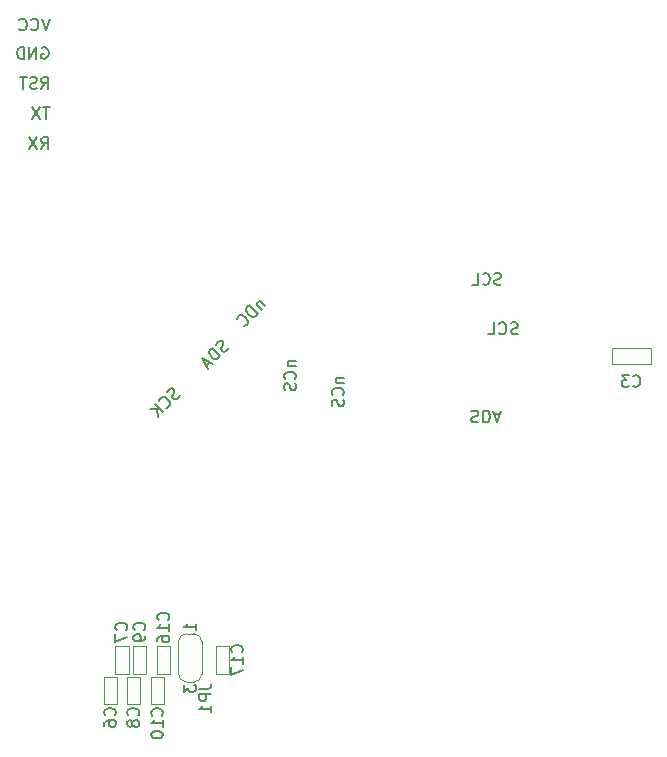
<source format=gbr>
%TF.GenerationSoftware,KiCad,Pcbnew,8.0.6-hq-2-g3d73d9976a*%
%TF.CreationDate,2024-12-24T21:53:32+08:00*%
%TF.ProjectId,DemoBoard_SensorForTemp&Rh_IntegratedWithMCU,44656d6f-426f-4617-9264-5f53656e736f,rev?*%
%TF.SameCoordinates,Original*%
%TF.FileFunction,Legend,Bot*%
%TF.FilePolarity,Positive*%
%FSLAX46Y46*%
G04 Gerber Fmt 4.6, Leading zero omitted, Abs format (unit mm)*
G04 Created by KiCad (PCBNEW 8.0.6-hq-2-g3d73d9976a) date 2024-12-24 21:53:32*
%MOMM*%
%LPD*%
G01*
G04 APERTURE LIST*
%ADD10C,0.200000*%
%ADD11C,0.150000*%
%ADD12C,0.120000*%
G04 APERTURE END LIST*
D10*
X111599516Y-84322219D02*
X111932849Y-83846028D01*
X112170944Y-84322219D02*
X112170944Y-83322219D01*
X112170944Y-83322219D02*
X111789992Y-83322219D01*
X111789992Y-83322219D02*
X111694754Y-83369838D01*
X111694754Y-83369838D02*
X111647135Y-83417457D01*
X111647135Y-83417457D02*
X111599516Y-83512695D01*
X111599516Y-83512695D02*
X111599516Y-83655552D01*
X111599516Y-83655552D02*
X111647135Y-83750790D01*
X111647135Y-83750790D02*
X111694754Y-83798409D01*
X111694754Y-83798409D02*
X111789992Y-83846028D01*
X111789992Y-83846028D02*
X112170944Y-83846028D01*
X111218563Y-84274600D02*
X111075706Y-84322219D01*
X111075706Y-84322219D02*
X110837611Y-84322219D01*
X110837611Y-84322219D02*
X110742373Y-84274600D01*
X110742373Y-84274600D02*
X110694754Y-84226980D01*
X110694754Y-84226980D02*
X110647135Y-84131742D01*
X110647135Y-84131742D02*
X110647135Y-84036504D01*
X110647135Y-84036504D02*
X110694754Y-83941266D01*
X110694754Y-83941266D02*
X110742373Y-83893647D01*
X110742373Y-83893647D02*
X110837611Y-83846028D01*
X110837611Y-83846028D02*
X111028087Y-83798409D01*
X111028087Y-83798409D02*
X111123325Y-83750790D01*
X111123325Y-83750790D02*
X111170944Y-83703171D01*
X111170944Y-83703171D02*
X111218563Y-83607933D01*
X111218563Y-83607933D02*
X111218563Y-83512695D01*
X111218563Y-83512695D02*
X111170944Y-83417457D01*
X111170944Y-83417457D02*
X111123325Y-83369838D01*
X111123325Y-83369838D02*
X111028087Y-83322219D01*
X111028087Y-83322219D02*
X110789992Y-83322219D01*
X110789992Y-83322219D02*
X110647135Y-83369838D01*
X110361420Y-83322219D02*
X109789992Y-83322219D01*
X110075706Y-84322219D02*
X110075706Y-83322219D01*
X112313801Y-85862219D02*
X111742373Y-85862219D01*
X112028087Y-86862219D02*
X112028087Y-85862219D01*
X111504277Y-85862219D02*
X110837611Y-86862219D01*
X110837611Y-85862219D02*
X111504277Y-86862219D01*
X112313801Y-78369219D02*
X111980468Y-79369219D01*
X111980468Y-79369219D02*
X111647135Y-78369219D01*
X110742373Y-79273980D02*
X110789992Y-79321600D01*
X110789992Y-79321600D02*
X110932849Y-79369219D01*
X110932849Y-79369219D02*
X111028087Y-79369219D01*
X111028087Y-79369219D02*
X111170944Y-79321600D01*
X111170944Y-79321600D02*
X111266182Y-79226361D01*
X111266182Y-79226361D02*
X111313801Y-79131123D01*
X111313801Y-79131123D02*
X111361420Y-78940647D01*
X111361420Y-78940647D02*
X111361420Y-78797790D01*
X111361420Y-78797790D02*
X111313801Y-78607314D01*
X111313801Y-78607314D02*
X111266182Y-78512076D01*
X111266182Y-78512076D02*
X111170944Y-78416838D01*
X111170944Y-78416838D02*
X111028087Y-78369219D01*
X111028087Y-78369219D02*
X110932849Y-78369219D01*
X110932849Y-78369219D02*
X110789992Y-78416838D01*
X110789992Y-78416838D02*
X110742373Y-78464457D01*
X109742373Y-79273980D02*
X109789992Y-79321600D01*
X109789992Y-79321600D02*
X109932849Y-79369219D01*
X109932849Y-79369219D02*
X110028087Y-79369219D01*
X110028087Y-79369219D02*
X110170944Y-79321600D01*
X110170944Y-79321600D02*
X110266182Y-79226361D01*
X110266182Y-79226361D02*
X110313801Y-79131123D01*
X110313801Y-79131123D02*
X110361420Y-78940647D01*
X110361420Y-78940647D02*
X110361420Y-78797790D01*
X110361420Y-78797790D02*
X110313801Y-78607314D01*
X110313801Y-78607314D02*
X110266182Y-78512076D01*
X110266182Y-78512076D02*
X110170944Y-78416838D01*
X110170944Y-78416838D02*
X110028087Y-78369219D01*
X110028087Y-78369219D02*
X109932849Y-78369219D01*
X109932849Y-78369219D02*
X109789992Y-78416838D01*
X109789992Y-78416838D02*
X109742373Y-78464457D01*
X111599516Y-89402219D02*
X111932849Y-88926028D01*
X112170944Y-89402219D02*
X112170944Y-88402219D01*
X112170944Y-88402219D02*
X111789992Y-88402219D01*
X111789992Y-88402219D02*
X111694754Y-88449838D01*
X111694754Y-88449838D02*
X111647135Y-88497457D01*
X111647135Y-88497457D02*
X111599516Y-88592695D01*
X111599516Y-88592695D02*
X111599516Y-88735552D01*
X111599516Y-88735552D02*
X111647135Y-88830790D01*
X111647135Y-88830790D02*
X111694754Y-88878409D01*
X111694754Y-88878409D02*
X111789992Y-88926028D01*
X111789992Y-88926028D02*
X112170944Y-88926028D01*
X111266182Y-88402219D02*
X110599516Y-89402219D01*
X110599516Y-88402219D02*
X111266182Y-89402219D01*
X111647135Y-80829838D02*
X111742373Y-80782219D01*
X111742373Y-80782219D02*
X111885230Y-80782219D01*
X111885230Y-80782219D02*
X112028087Y-80829838D01*
X112028087Y-80829838D02*
X112123325Y-80925076D01*
X112123325Y-80925076D02*
X112170944Y-81020314D01*
X112170944Y-81020314D02*
X112218563Y-81210790D01*
X112218563Y-81210790D02*
X112218563Y-81353647D01*
X112218563Y-81353647D02*
X112170944Y-81544123D01*
X112170944Y-81544123D02*
X112123325Y-81639361D01*
X112123325Y-81639361D02*
X112028087Y-81734600D01*
X112028087Y-81734600D02*
X111885230Y-81782219D01*
X111885230Y-81782219D02*
X111789992Y-81782219D01*
X111789992Y-81782219D02*
X111647135Y-81734600D01*
X111647135Y-81734600D02*
X111599516Y-81686980D01*
X111599516Y-81686980D02*
X111599516Y-81353647D01*
X111599516Y-81353647D02*
X111789992Y-81353647D01*
X111170944Y-81782219D02*
X111170944Y-80782219D01*
X111170944Y-80782219D02*
X110599516Y-81782219D01*
X110599516Y-81782219D02*
X110599516Y-80782219D01*
X110123325Y-81782219D02*
X110123325Y-80782219D01*
X110123325Y-80782219D02*
X109885230Y-80782219D01*
X109885230Y-80782219D02*
X109742373Y-80829838D01*
X109742373Y-80829838D02*
X109647135Y-80925076D01*
X109647135Y-80925076D02*
X109599516Y-81020314D01*
X109599516Y-81020314D02*
X109551897Y-81210790D01*
X109551897Y-81210790D02*
X109551897Y-81353647D01*
X109551897Y-81353647D02*
X109599516Y-81544123D01*
X109599516Y-81544123D02*
X109647135Y-81639361D01*
X109647135Y-81639361D02*
X109742373Y-81734600D01*
X109742373Y-81734600D02*
X109885230Y-81782219D01*
X109885230Y-81782219D02*
X110123325Y-81782219D01*
X136533801Y-108766124D02*
X137200468Y-108766124D01*
X136629039Y-108766124D02*
X136581420Y-108813743D01*
X136581420Y-108813743D02*
X136533801Y-108908981D01*
X136533801Y-108908981D02*
X136533801Y-109051838D01*
X136533801Y-109051838D02*
X136581420Y-109147076D01*
X136581420Y-109147076D02*
X136676658Y-109194695D01*
X136676658Y-109194695D02*
X137200468Y-109194695D01*
X137105229Y-110242314D02*
X137152849Y-110194695D01*
X137152849Y-110194695D02*
X137200468Y-110051838D01*
X137200468Y-110051838D02*
X137200468Y-109956600D01*
X137200468Y-109956600D02*
X137152849Y-109813743D01*
X137152849Y-109813743D02*
X137057610Y-109718505D01*
X137057610Y-109718505D02*
X136962372Y-109670886D01*
X136962372Y-109670886D02*
X136771896Y-109623267D01*
X136771896Y-109623267D02*
X136629039Y-109623267D01*
X136629039Y-109623267D02*
X136438563Y-109670886D01*
X136438563Y-109670886D02*
X136343325Y-109718505D01*
X136343325Y-109718505D02*
X136248087Y-109813743D01*
X136248087Y-109813743D02*
X136200468Y-109956600D01*
X136200468Y-109956600D02*
X136200468Y-110051838D01*
X136200468Y-110051838D02*
X136248087Y-110194695D01*
X136248087Y-110194695D02*
X136295706Y-110242314D01*
X137152849Y-110623267D02*
X137200468Y-110766124D01*
X137200468Y-110766124D02*
X137200468Y-111004219D01*
X137200468Y-111004219D02*
X137152849Y-111099457D01*
X137152849Y-111099457D02*
X137105229Y-111147076D01*
X137105229Y-111147076D02*
X137009991Y-111194695D01*
X137009991Y-111194695D02*
X136914753Y-111194695D01*
X136914753Y-111194695D02*
X136819515Y-111147076D01*
X136819515Y-111147076D02*
X136771896Y-111099457D01*
X136771896Y-111099457D02*
X136724277Y-111004219D01*
X136724277Y-111004219D02*
X136676658Y-110813743D01*
X136676658Y-110813743D02*
X136629039Y-110718505D01*
X136629039Y-110718505D02*
X136581420Y-110670886D01*
X136581420Y-110670886D02*
X136486182Y-110623267D01*
X136486182Y-110623267D02*
X136390944Y-110623267D01*
X136390944Y-110623267D02*
X136295706Y-110670886D01*
X136295706Y-110670886D02*
X136248087Y-110718505D01*
X136248087Y-110718505D02*
X136200468Y-110813743D01*
X136200468Y-110813743D02*
X136200468Y-111051838D01*
X136200468Y-111051838D02*
X136248087Y-111194695D01*
X130081892Y-102253431D02*
X130553296Y-102724836D01*
X130149235Y-102320775D02*
X130081892Y-102320775D01*
X130081892Y-102320775D02*
X129980877Y-102354447D01*
X129980877Y-102354447D02*
X129879861Y-102455462D01*
X129879861Y-102455462D02*
X129846190Y-102556477D01*
X129846190Y-102556477D02*
X129879861Y-102657492D01*
X129879861Y-102657492D02*
X130250251Y-103027882D01*
X129913533Y-103364599D02*
X129206426Y-102657493D01*
X129206426Y-102657493D02*
X129038067Y-102825851D01*
X129038067Y-102825851D02*
X128970724Y-102960538D01*
X128970724Y-102960538D02*
X128970724Y-103095225D01*
X128970724Y-103095225D02*
X129004396Y-103196241D01*
X129004396Y-103196241D02*
X129105411Y-103364599D01*
X129105411Y-103364599D02*
X129206426Y-103465615D01*
X129206426Y-103465615D02*
X129374785Y-103566630D01*
X129374785Y-103566630D02*
X129475800Y-103600302D01*
X129475800Y-103600302D02*
X129610487Y-103600302D01*
X129610487Y-103600302D02*
X129745174Y-103532958D01*
X129745174Y-103532958D02*
X129913533Y-103364599D01*
X128735022Y-104408424D02*
X128802365Y-104408424D01*
X128802365Y-104408424D02*
X128937052Y-104341080D01*
X128937052Y-104341080D02*
X129004396Y-104273737D01*
X129004396Y-104273737D02*
X129071739Y-104139050D01*
X129071739Y-104139050D02*
X129071739Y-104004363D01*
X129071739Y-104004363D02*
X129038067Y-103903347D01*
X129038067Y-103903347D02*
X128937052Y-103734989D01*
X128937052Y-103734989D02*
X128836037Y-103633973D01*
X128836037Y-103633973D02*
X128667678Y-103532958D01*
X128667678Y-103532958D02*
X128566663Y-103499286D01*
X128566663Y-103499286D02*
X128431976Y-103499286D01*
X128431976Y-103499286D02*
X128297289Y-103566630D01*
X128297289Y-103566630D02*
X128229945Y-103633973D01*
X128229945Y-103633973D02*
X128162602Y-103768660D01*
X128162602Y-103768660D02*
X128162602Y-103836004D01*
D11*
X118787080Y-130135333D02*
X118834700Y-130087714D01*
X118834700Y-130087714D02*
X118882319Y-129944857D01*
X118882319Y-129944857D02*
X118882319Y-129849619D01*
X118882319Y-129849619D02*
X118834700Y-129706762D01*
X118834700Y-129706762D02*
X118739461Y-129611524D01*
X118739461Y-129611524D02*
X118644223Y-129563905D01*
X118644223Y-129563905D02*
X118453747Y-129516286D01*
X118453747Y-129516286D02*
X118310890Y-129516286D01*
X118310890Y-129516286D02*
X118120414Y-129563905D01*
X118120414Y-129563905D02*
X118025176Y-129611524D01*
X118025176Y-129611524D02*
X117929938Y-129706762D01*
X117929938Y-129706762D02*
X117882319Y-129849619D01*
X117882319Y-129849619D02*
X117882319Y-129944857D01*
X117882319Y-129944857D02*
X117929938Y-130087714D01*
X117929938Y-130087714D02*
X117977557Y-130135333D01*
X117882319Y-130468667D02*
X117882319Y-131135333D01*
X117882319Y-131135333D02*
X118882319Y-130706762D01*
D10*
X150542475Y-100861600D02*
X150399618Y-100909219D01*
X150399618Y-100909219D02*
X150161523Y-100909219D01*
X150161523Y-100909219D02*
X150066285Y-100861600D01*
X150066285Y-100861600D02*
X150018666Y-100813980D01*
X150018666Y-100813980D02*
X149971047Y-100718742D01*
X149971047Y-100718742D02*
X149971047Y-100623504D01*
X149971047Y-100623504D02*
X150018666Y-100528266D01*
X150018666Y-100528266D02*
X150066285Y-100480647D01*
X150066285Y-100480647D02*
X150161523Y-100433028D01*
X150161523Y-100433028D02*
X150351999Y-100385409D01*
X150351999Y-100385409D02*
X150447237Y-100337790D01*
X150447237Y-100337790D02*
X150494856Y-100290171D01*
X150494856Y-100290171D02*
X150542475Y-100194933D01*
X150542475Y-100194933D02*
X150542475Y-100099695D01*
X150542475Y-100099695D02*
X150494856Y-100004457D01*
X150494856Y-100004457D02*
X150447237Y-99956838D01*
X150447237Y-99956838D02*
X150351999Y-99909219D01*
X150351999Y-99909219D02*
X150113904Y-99909219D01*
X150113904Y-99909219D02*
X149971047Y-99956838D01*
X148971047Y-100813980D02*
X149018666Y-100861600D01*
X149018666Y-100861600D02*
X149161523Y-100909219D01*
X149161523Y-100909219D02*
X149256761Y-100909219D01*
X149256761Y-100909219D02*
X149399618Y-100861600D01*
X149399618Y-100861600D02*
X149494856Y-100766361D01*
X149494856Y-100766361D02*
X149542475Y-100671123D01*
X149542475Y-100671123D02*
X149590094Y-100480647D01*
X149590094Y-100480647D02*
X149590094Y-100337790D01*
X149590094Y-100337790D02*
X149542475Y-100147314D01*
X149542475Y-100147314D02*
X149494856Y-100052076D01*
X149494856Y-100052076D02*
X149399618Y-99956838D01*
X149399618Y-99956838D02*
X149256761Y-99909219D01*
X149256761Y-99909219D02*
X149161523Y-99909219D01*
X149161523Y-99909219D02*
X149018666Y-99956838D01*
X149018666Y-99956838D02*
X148971047Y-100004457D01*
X148066285Y-100909219D02*
X148542475Y-100909219D01*
X148542475Y-100909219D02*
X148542475Y-99909219D01*
D11*
X124994319Y-135120166D02*
X125708604Y-135120166D01*
X125708604Y-135120166D02*
X125851461Y-135072547D01*
X125851461Y-135072547D02*
X125946700Y-134977309D01*
X125946700Y-134977309D02*
X125994319Y-134834452D01*
X125994319Y-134834452D02*
X125994319Y-134739214D01*
X125994319Y-135596357D02*
X124994319Y-135596357D01*
X124994319Y-135596357D02*
X124994319Y-135977309D01*
X124994319Y-135977309D02*
X125041938Y-136072547D01*
X125041938Y-136072547D02*
X125089557Y-136120166D01*
X125089557Y-136120166D02*
X125184795Y-136167785D01*
X125184795Y-136167785D02*
X125327652Y-136167785D01*
X125327652Y-136167785D02*
X125422890Y-136120166D01*
X125422890Y-136120166D02*
X125470509Y-136072547D01*
X125470509Y-136072547D02*
X125518128Y-135977309D01*
X125518128Y-135977309D02*
X125518128Y-135596357D01*
X125994319Y-137120166D02*
X125994319Y-136548738D01*
X125994319Y-136834452D02*
X124994319Y-136834452D01*
X124994319Y-136834452D02*
X125137176Y-136739214D01*
X125137176Y-136739214D02*
X125232414Y-136643976D01*
X125232414Y-136643976D02*
X125280033Y-136548738D01*
X124660819Y-130176714D02*
X124660819Y-129605286D01*
X124660819Y-129891000D02*
X123660819Y-129891000D01*
X123660819Y-129891000D02*
X123803676Y-129795762D01*
X123803676Y-129795762D02*
X123898914Y-129700524D01*
X123898914Y-129700524D02*
X123946533Y-129605286D01*
X123660819Y-134757667D02*
X123660819Y-135376714D01*
X123660819Y-135376714D02*
X124041771Y-135043381D01*
X124041771Y-135043381D02*
X124041771Y-135186238D01*
X124041771Y-135186238D02*
X124089390Y-135281476D01*
X124089390Y-135281476D02*
X124137009Y-135329095D01*
X124137009Y-135329095D02*
X124232247Y-135376714D01*
X124232247Y-135376714D02*
X124470342Y-135376714D01*
X124470342Y-135376714D02*
X124565580Y-135329095D01*
X124565580Y-135329095D02*
X124613200Y-135281476D01*
X124613200Y-135281476D02*
X124660819Y-135186238D01*
X124660819Y-135186238D02*
X124660819Y-134900524D01*
X124660819Y-134900524D02*
X124613200Y-134805286D01*
X124613200Y-134805286D02*
X124565580Y-134757667D01*
D10*
X127446225Y-106234464D02*
X127378881Y-106369151D01*
X127378881Y-106369151D02*
X127210522Y-106537510D01*
X127210522Y-106537510D02*
X127109507Y-106571182D01*
X127109507Y-106571182D02*
X127042164Y-106571182D01*
X127042164Y-106571182D02*
X126941148Y-106537510D01*
X126941148Y-106537510D02*
X126873805Y-106470166D01*
X126873805Y-106470166D02*
X126840133Y-106369151D01*
X126840133Y-106369151D02*
X126840133Y-106301808D01*
X126840133Y-106301808D02*
X126873805Y-106200792D01*
X126873805Y-106200792D02*
X126974820Y-106032434D01*
X126974820Y-106032434D02*
X127008492Y-105931418D01*
X127008492Y-105931418D02*
X127008492Y-105864075D01*
X127008492Y-105864075D02*
X126974820Y-105763060D01*
X126974820Y-105763060D02*
X126907477Y-105695716D01*
X126907477Y-105695716D02*
X126806461Y-105662044D01*
X126806461Y-105662044D02*
X126739118Y-105662044D01*
X126739118Y-105662044D02*
X126638103Y-105695716D01*
X126638103Y-105695716D02*
X126469744Y-105864075D01*
X126469744Y-105864075D02*
X126402400Y-105998762D01*
X126772790Y-106975243D02*
X126065683Y-106268136D01*
X126065683Y-106268136D02*
X125897324Y-106436495D01*
X125897324Y-106436495D02*
X125829981Y-106571182D01*
X125829981Y-106571182D02*
X125829981Y-106705869D01*
X125829981Y-106705869D02*
X125863652Y-106806884D01*
X125863652Y-106806884D02*
X125964668Y-106975243D01*
X125964668Y-106975243D02*
X126065683Y-107076258D01*
X126065683Y-107076258D02*
X126234042Y-107177273D01*
X126234042Y-107177273D02*
X126335057Y-107210945D01*
X126335057Y-107210945D02*
X126469744Y-107210945D01*
X126469744Y-107210945D02*
X126604431Y-107143601D01*
X126604431Y-107143601D02*
X126772790Y-106975243D01*
X125897324Y-107446647D02*
X125560607Y-107783365D01*
X126166698Y-107581334D02*
X125223889Y-107109930D01*
X125223889Y-107109930D02*
X125695294Y-108052739D01*
D11*
X161710666Y-109462580D02*
X161758285Y-109510200D01*
X161758285Y-109510200D02*
X161901142Y-109557819D01*
X161901142Y-109557819D02*
X161996380Y-109557819D01*
X161996380Y-109557819D02*
X162139237Y-109510200D01*
X162139237Y-109510200D02*
X162234475Y-109414961D01*
X162234475Y-109414961D02*
X162282094Y-109319723D01*
X162282094Y-109319723D02*
X162329713Y-109129247D01*
X162329713Y-109129247D02*
X162329713Y-108986390D01*
X162329713Y-108986390D02*
X162282094Y-108795914D01*
X162282094Y-108795914D02*
X162234475Y-108700676D01*
X162234475Y-108700676D02*
X162139237Y-108605438D01*
X162139237Y-108605438D02*
X161996380Y-108557819D01*
X161996380Y-108557819D02*
X161901142Y-108557819D01*
X161901142Y-108557819D02*
X161758285Y-108605438D01*
X161758285Y-108605438D02*
X161710666Y-108653057D01*
X161377332Y-108557819D02*
X160758285Y-108557819D01*
X160758285Y-108557819D02*
X161091618Y-108938771D01*
X161091618Y-108938771D02*
X160948761Y-108938771D01*
X160948761Y-108938771D02*
X160853523Y-108986390D01*
X160853523Y-108986390D02*
X160805904Y-109034009D01*
X160805904Y-109034009D02*
X160758285Y-109129247D01*
X160758285Y-109129247D02*
X160758285Y-109367342D01*
X160758285Y-109367342D02*
X160805904Y-109462580D01*
X160805904Y-109462580D02*
X160853523Y-109510200D01*
X160853523Y-109510200D02*
X160948761Y-109557819D01*
X160948761Y-109557819D02*
X161234475Y-109557819D01*
X161234475Y-109557819D02*
X161329713Y-109510200D01*
X161329713Y-109510200D02*
X161377332Y-109462580D01*
X121796980Y-137380742D02*
X121844600Y-137333123D01*
X121844600Y-137333123D02*
X121892219Y-137190266D01*
X121892219Y-137190266D02*
X121892219Y-137095028D01*
X121892219Y-137095028D02*
X121844600Y-136952171D01*
X121844600Y-136952171D02*
X121749361Y-136856933D01*
X121749361Y-136856933D02*
X121654123Y-136809314D01*
X121654123Y-136809314D02*
X121463647Y-136761695D01*
X121463647Y-136761695D02*
X121320790Y-136761695D01*
X121320790Y-136761695D02*
X121130314Y-136809314D01*
X121130314Y-136809314D02*
X121035076Y-136856933D01*
X121035076Y-136856933D02*
X120939838Y-136952171D01*
X120939838Y-136952171D02*
X120892219Y-137095028D01*
X120892219Y-137095028D02*
X120892219Y-137190266D01*
X120892219Y-137190266D02*
X120939838Y-137333123D01*
X120939838Y-137333123D02*
X120987457Y-137380742D01*
X121892219Y-138333123D02*
X121892219Y-137761695D01*
X121892219Y-138047409D02*
X120892219Y-138047409D01*
X120892219Y-138047409D02*
X121035076Y-137952171D01*
X121035076Y-137952171D02*
X121130314Y-137856933D01*
X121130314Y-137856933D02*
X121177933Y-137761695D01*
X120892219Y-138952171D02*
X120892219Y-139047409D01*
X120892219Y-139047409D02*
X120939838Y-139142647D01*
X120939838Y-139142647D02*
X120987457Y-139190266D01*
X120987457Y-139190266D02*
X121082695Y-139237885D01*
X121082695Y-139237885D02*
X121273171Y-139285504D01*
X121273171Y-139285504D02*
X121511266Y-139285504D01*
X121511266Y-139285504D02*
X121701742Y-139237885D01*
X121701742Y-139237885D02*
X121796980Y-139190266D01*
X121796980Y-139190266D02*
X121844600Y-139142647D01*
X121844600Y-139142647D02*
X121892219Y-139047409D01*
X121892219Y-139047409D02*
X121892219Y-138952171D01*
X121892219Y-138952171D02*
X121844600Y-138856933D01*
X121844600Y-138856933D02*
X121796980Y-138809314D01*
X121796980Y-138809314D02*
X121701742Y-138761695D01*
X121701742Y-138761695D02*
X121511266Y-138714076D01*
X121511266Y-138714076D02*
X121273171Y-138714076D01*
X121273171Y-138714076D02*
X121082695Y-138761695D01*
X121082695Y-138761695D02*
X120987457Y-138809314D01*
X120987457Y-138809314D02*
X120939838Y-138856933D01*
X120939838Y-138856933D02*
X120892219Y-138952171D01*
D10*
X123305732Y-110247957D02*
X123238388Y-110382644D01*
X123238388Y-110382644D02*
X123070030Y-110551003D01*
X123070030Y-110551003D02*
X122969014Y-110584674D01*
X122969014Y-110584674D02*
X122901671Y-110584674D01*
X122901671Y-110584674D02*
X122800656Y-110551003D01*
X122800656Y-110551003D02*
X122733312Y-110483659D01*
X122733312Y-110483659D02*
X122699640Y-110382644D01*
X122699640Y-110382644D02*
X122699640Y-110315300D01*
X122699640Y-110315300D02*
X122733312Y-110214285D01*
X122733312Y-110214285D02*
X122834327Y-110045926D01*
X122834327Y-110045926D02*
X122867999Y-109944911D01*
X122867999Y-109944911D02*
X122867999Y-109877568D01*
X122867999Y-109877568D02*
X122834327Y-109776552D01*
X122834327Y-109776552D02*
X122766984Y-109709209D01*
X122766984Y-109709209D02*
X122665969Y-109675537D01*
X122665969Y-109675537D02*
X122598625Y-109675537D01*
X122598625Y-109675537D02*
X122497610Y-109709209D01*
X122497610Y-109709209D02*
X122329251Y-109877568D01*
X122329251Y-109877568D02*
X122261908Y-110012255D01*
X122160892Y-111325453D02*
X122228236Y-111325453D01*
X122228236Y-111325453D02*
X122362923Y-111258110D01*
X122362923Y-111258110D02*
X122430266Y-111190766D01*
X122430266Y-111190766D02*
X122497610Y-111056079D01*
X122497610Y-111056079D02*
X122497610Y-110921392D01*
X122497610Y-110921392D02*
X122463938Y-110820377D01*
X122463938Y-110820377D02*
X122362923Y-110652018D01*
X122362923Y-110652018D02*
X122261908Y-110551003D01*
X122261908Y-110551003D02*
X122093549Y-110449987D01*
X122093549Y-110449987D02*
X121992534Y-110416316D01*
X121992534Y-110416316D02*
X121857847Y-110416316D01*
X121857847Y-110416316D02*
X121723160Y-110483659D01*
X121723160Y-110483659D02*
X121655816Y-110551003D01*
X121655816Y-110551003D02*
X121588472Y-110685690D01*
X121588472Y-110685690D02*
X121588472Y-110753033D01*
X121925190Y-111695842D02*
X121218083Y-110988736D01*
X121521129Y-112099903D02*
X121420114Y-111392797D01*
X120814022Y-111392797D02*
X121622144Y-111392797D01*
D11*
X128569580Y-132021342D02*
X128617200Y-131973723D01*
X128617200Y-131973723D02*
X128664819Y-131830866D01*
X128664819Y-131830866D02*
X128664819Y-131735628D01*
X128664819Y-131735628D02*
X128617200Y-131592771D01*
X128617200Y-131592771D02*
X128521961Y-131497533D01*
X128521961Y-131497533D02*
X128426723Y-131449914D01*
X128426723Y-131449914D02*
X128236247Y-131402295D01*
X128236247Y-131402295D02*
X128093390Y-131402295D01*
X128093390Y-131402295D02*
X127902914Y-131449914D01*
X127902914Y-131449914D02*
X127807676Y-131497533D01*
X127807676Y-131497533D02*
X127712438Y-131592771D01*
X127712438Y-131592771D02*
X127664819Y-131735628D01*
X127664819Y-131735628D02*
X127664819Y-131830866D01*
X127664819Y-131830866D02*
X127712438Y-131973723D01*
X127712438Y-131973723D02*
X127760057Y-132021342D01*
X128664819Y-132973723D02*
X128664819Y-132402295D01*
X128664819Y-132688009D02*
X127664819Y-132688009D01*
X127664819Y-132688009D02*
X127807676Y-132592771D01*
X127807676Y-132592771D02*
X127902914Y-132497533D01*
X127902914Y-132497533D02*
X127950533Y-132402295D01*
X127664819Y-133307057D02*
X127664819Y-133973723D01*
X127664819Y-133973723D02*
X128664819Y-133545152D01*
D10*
X132482501Y-107394524D02*
X133149168Y-107394524D01*
X132577739Y-107394524D02*
X132530120Y-107442143D01*
X132530120Y-107442143D02*
X132482501Y-107537381D01*
X132482501Y-107537381D02*
X132482501Y-107680238D01*
X132482501Y-107680238D02*
X132530120Y-107775476D01*
X132530120Y-107775476D02*
X132625358Y-107823095D01*
X132625358Y-107823095D02*
X133149168Y-107823095D01*
X133053929Y-108870714D02*
X133101549Y-108823095D01*
X133101549Y-108823095D02*
X133149168Y-108680238D01*
X133149168Y-108680238D02*
X133149168Y-108585000D01*
X133149168Y-108585000D02*
X133101549Y-108442143D01*
X133101549Y-108442143D02*
X133006310Y-108346905D01*
X133006310Y-108346905D02*
X132911072Y-108299286D01*
X132911072Y-108299286D02*
X132720596Y-108251667D01*
X132720596Y-108251667D02*
X132577739Y-108251667D01*
X132577739Y-108251667D02*
X132387263Y-108299286D01*
X132387263Y-108299286D02*
X132292025Y-108346905D01*
X132292025Y-108346905D02*
X132196787Y-108442143D01*
X132196787Y-108442143D02*
X132149168Y-108585000D01*
X132149168Y-108585000D02*
X132149168Y-108680238D01*
X132149168Y-108680238D02*
X132196787Y-108823095D01*
X132196787Y-108823095D02*
X132244406Y-108870714D01*
X133101549Y-109251667D02*
X133149168Y-109394524D01*
X133149168Y-109394524D02*
X133149168Y-109632619D01*
X133149168Y-109632619D02*
X133101549Y-109727857D01*
X133101549Y-109727857D02*
X133053929Y-109775476D01*
X133053929Y-109775476D02*
X132958691Y-109823095D01*
X132958691Y-109823095D02*
X132863453Y-109823095D01*
X132863453Y-109823095D02*
X132768215Y-109775476D01*
X132768215Y-109775476D02*
X132720596Y-109727857D01*
X132720596Y-109727857D02*
X132672977Y-109632619D01*
X132672977Y-109632619D02*
X132625358Y-109442143D01*
X132625358Y-109442143D02*
X132577739Y-109346905D01*
X132577739Y-109346905D02*
X132530120Y-109299286D01*
X132530120Y-109299286D02*
X132434882Y-109251667D01*
X132434882Y-109251667D02*
X132339644Y-109251667D01*
X132339644Y-109251667D02*
X132244406Y-109299286D01*
X132244406Y-109299286D02*
X132196787Y-109346905D01*
X132196787Y-109346905D02*
X132149168Y-109442143D01*
X132149168Y-109442143D02*
X132149168Y-109680238D01*
X132149168Y-109680238D02*
X132196787Y-109823095D01*
D11*
X120311080Y-130135333D02*
X120358700Y-130087714D01*
X120358700Y-130087714D02*
X120406319Y-129944857D01*
X120406319Y-129944857D02*
X120406319Y-129849619D01*
X120406319Y-129849619D02*
X120358700Y-129706762D01*
X120358700Y-129706762D02*
X120263461Y-129611524D01*
X120263461Y-129611524D02*
X120168223Y-129563905D01*
X120168223Y-129563905D02*
X119977747Y-129516286D01*
X119977747Y-129516286D02*
X119834890Y-129516286D01*
X119834890Y-129516286D02*
X119644414Y-129563905D01*
X119644414Y-129563905D02*
X119549176Y-129611524D01*
X119549176Y-129611524D02*
X119453938Y-129706762D01*
X119453938Y-129706762D02*
X119406319Y-129849619D01*
X119406319Y-129849619D02*
X119406319Y-129944857D01*
X119406319Y-129944857D02*
X119453938Y-130087714D01*
X119453938Y-130087714D02*
X119501557Y-130135333D01*
X120406319Y-130611524D02*
X120406319Y-130802000D01*
X120406319Y-130802000D02*
X120358700Y-130897238D01*
X120358700Y-130897238D02*
X120311080Y-130944857D01*
X120311080Y-130944857D02*
X120168223Y-131040095D01*
X120168223Y-131040095D02*
X119977747Y-131087714D01*
X119977747Y-131087714D02*
X119596795Y-131087714D01*
X119596795Y-131087714D02*
X119501557Y-131040095D01*
X119501557Y-131040095D02*
X119453938Y-130992476D01*
X119453938Y-130992476D02*
X119406319Y-130897238D01*
X119406319Y-130897238D02*
X119406319Y-130706762D01*
X119406319Y-130706762D02*
X119453938Y-130611524D01*
X119453938Y-130611524D02*
X119501557Y-130563905D01*
X119501557Y-130563905D02*
X119596795Y-130516286D01*
X119596795Y-130516286D02*
X119834890Y-130516286D01*
X119834890Y-130516286D02*
X119930128Y-130563905D01*
X119930128Y-130563905D02*
X119977747Y-130611524D01*
X119977747Y-130611524D02*
X120025366Y-130706762D01*
X120025366Y-130706762D02*
X120025366Y-130897238D01*
X120025366Y-130897238D02*
X119977747Y-130992476D01*
X119977747Y-130992476D02*
X119930128Y-131040095D01*
X119930128Y-131040095D02*
X119834890Y-131087714D01*
D10*
X148010714Y-111609400D02*
X148153571Y-111561780D01*
X148153571Y-111561780D02*
X148391666Y-111561780D01*
X148391666Y-111561780D02*
X148486904Y-111609400D01*
X148486904Y-111609400D02*
X148534523Y-111657019D01*
X148534523Y-111657019D02*
X148582142Y-111752257D01*
X148582142Y-111752257D02*
X148582142Y-111847495D01*
X148582142Y-111847495D02*
X148534523Y-111942733D01*
X148534523Y-111942733D02*
X148486904Y-111990352D01*
X148486904Y-111990352D02*
X148391666Y-112037971D01*
X148391666Y-112037971D02*
X148201190Y-112085590D01*
X148201190Y-112085590D02*
X148105952Y-112133209D01*
X148105952Y-112133209D02*
X148058333Y-112180828D01*
X148058333Y-112180828D02*
X148010714Y-112276066D01*
X148010714Y-112276066D02*
X148010714Y-112371304D01*
X148010714Y-112371304D02*
X148058333Y-112466542D01*
X148058333Y-112466542D02*
X148105952Y-112514161D01*
X148105952Y-112514161D02*
X148201190Y-112561780D01*
X148201190Y-112561780D02*
X148439285Y-112561780D01*
X148439285Y-112561780D02*
X148582142Y-112514161D01*
X149010714Y-111561780D02*
X149010714Y-112561780D01*
X149010714Y-112561780D02*
X149248809Y-112561780D01*
X149248809Y-112561780D02*
X149391666Y-112514161D01*
X149391666Y-112514161D02*
X149486904Y-112418923D01*
X149486904Y-112418923D02*
X149534523Y-112323685D01*
X149534523Y-112323685D02*
X149582142Y-112133209D01*
X149582142Y-112133209D02*
X149582142Y-111990352D01*
X149582142Y-111990352D02*
X149534523Y-111799876D01*
X149534523Y-111799876D02*
X149486904Y-111704638D01*
X149486904Y-111704638D02*
X149391666Y-111609400D01*
X149391666Y-111609400D02*
X149248809Y-111561780D01*
X149248809Y-111561780D02*
X149010714Y-111561780D01*
X149963095Y-111847495D02*
X150439285Y-111847495D01*
X149867857Y-111561780D02*
X150201190Y-112561780D01*
X150201190Y-112561780D02*
X150534523Y-111561780D01*
D11*
X119790380Y-137374333D02*
X119838000Y-137326714D01*
X119838000Y-137326714D02*
X119885619Y-137183857D01*
X119885619Y-137183857D02*
X119885619Y-137088619D01*
X119885619Y-137088619D02*
X119838000Y-136945762D01*
X119838000Y-136945762D02*
X119742761Y-136850524D01*
X119742761Y-136850524D02*
X119647523Y-136802905D01*
X119647523Y-136802905D02*
X119457047Y-136755286D01*
X119457047Y-136755286D02*
X119314190Y-136755286D01*
X119314190Y-136755286D02*
X119123714Y-136802905D01*
X119123714Y-136802905D02*
X119028476Y-136850524D01*
X119028476Y-136850524D02*
X118933238Y-136945762D01*
X118933238Y-136945762D02*
X118885619Y-137088619D01*
X118885619Y-137088619D02*
X118885619Y-137183857D01*
X118885619Y-137183857D02*
X118933238Y-137326714D01*
X118933238Y-137326714D02*
X118980857Y-137374333D01*
X119314190Y-137945762D02*
X119266571Y-137850524D01*
X119266571Y-137850524D02*
X119218952Y-137802905D01*
X119218952Y-137802905D02*
X119123714Y-137755286D01*
X119123714Y-137755286D02*
X119076095Y-137755286D01*
X119076095Y-137755286D02*
X118980857Y-137802905D01*
X118980857Y-137802905D02*
X118933238Y-137850524D01*
X118933238Y-137850524D02*
X118885619Y-137945762D01*
X118885619Y-137945762D02*
X118885619Y-138136238D01*
X118885619Y-138136238D02*
X118933238Y-138231476D01*
X118933238Y-138231476D02*
X118980857Y-138279095D01*
X118980857Y-138279095D02*
X119076095Y-138326714D01*
X119076095Y-138326714D02*
X119123714Y-138326714D01*
X119123714Y-138326714D02*
X119218952Y-138279095D01*
X119218952Y-138279095D02*
X119266571Y-138231476D01*
X119266571Y-138231476D02*
X119314190Y-138136238D01*
X119314190Y-138136238D02*
X119314190Y-137945762D01*
X119314190Y-137945762D02*
X119361809Y-137850524D01*
X119361809Y-137850524D02*
X119409428Y-137802905D01*
X119409428Y-137802905D02*
X119504666Y-137755286D01*
X119504666Y-137755286D02*
X119695142Y-137755286D01*
X119695142Y-137755286D02*
X119790380Y-137802905D01*
X119790380Y-137802905D02*
X119838000Y-137850524D01*
X119838000Y-137850524D02*
X119885619Y-137945762D01*
X119885619Y-137945762D02*
X119885619Y-138136238D01*
X119885619Y-138136238D02*
X119838000Y-138231476D01*
X119838000Y-138231476D02*
X119790380Y-138279095D01*
X119790380Y-138279095D02*
X119695142Y-138326714D01*
X119695142Y-138326714D02*
X119504666Y-138326714D01*
X119504666Y-138326714D02*
X119409428Y-138279095D01*
X119409428Y-138279095D02*
X119361809Y-138231476D01*
X119361809Y-138231476D02*
X119314190Y-138136238D01*
D10*
X151939475Y-105052600D02*
X151796618Y-105100219D01*
X151796618Y-105100219D02*
X151558523Y-105100219D01*
X151558523Y-105100219D02*
X151463285Y-105052600D01*
X151463285Y-105052600D02*
X151415666Y-105004980D01*
X151415666Y-105004980D02*
X151368047Y-104909742D01*
X151368047Y-104909742D02*
X151368047Y-104814504D01*
X151368047Y-104814504D02*
X151415666Y-104719266D01*
X151415666Y-104719266D02*
X151463285Y-104671647D01*
X151463285Y-104671647D02*
X151558523Y-104624028D01*
X151558523Y-104624028D02*
X151748999Y-104576409D01*
X151748999Y-104576409D02*
X151844237Y-104528790D01*
X151844237Y-104528790D02*
X151891856Y-104481171D01*
X151891856Y-104481171D02*
X151939475Y-104385933D01*
X151939475Y-104385933D02*
X151939475Y-104290695D01*
X151939475Y-104290695D02*
X151891856Y-104195457D01*
X151891856Y-104195457D02*
X151844237Y-104147838D01*
X151844237Y-104147838D02*
X151748999Y-104100219D01*
X151748999Y-104100219D02*
X151510904Y-104100219D01*
X151510904Y-104100219D02*
X151368047Y-104147838D01*
X150368047Y-105004980D02*
X150415666Y-105052600D01*
X150415666Y-105052600D02*
X150558523Y-105100219D01*
X150558523Y-105100219D02*
X150653761Y-105100219D01*
X150653761Y-105100219D02*
X150796618Y-105052600D01*
X150796618Y-105052600D02*
X150891856Y-104957361D01*
X150891856Y-104957361D02*
X150939475Y-104862123D01*
X150939475Y-104862123D02*
X150987094Y-104671647D01*
X150987094Y-104671647D02*
X150987094Y-104528790D01*
X150987094Y-104528790D02*
X150939475Y-104338314D01*
X150939475Y-104338314D02*
X150891856Y-104243076D01*
X150891856Y-104243076D02*
X150796618Y-104147838D01*
X150796618Y-104147838D02*
X150653761Y-104100219D01*
X150653761Y-104100219D02*
X150558523Y-104100219D01*
X150558523Y-104100219D02*
X150415666Y-104147838D01*
X150415666Y-104147838D02*
X150368047Y-104195457D01*
X149463285Y-105100219D02*
X149939475Y-105100219D01*
X149939475Y-105100219D02*
X149939475Y-104100219D01*
D11*
X117834580Y-137374333D02*
X117882200Y-137326714D01*
X117882200Y-137326714D02*
X117929819Y-137183857D01*
X117929819Y-137183857D02*
X117929819Y-137088619D01*
X117929819Y-137088619D02*
X117882200Y-136945762D01*
X117882200Y-136945762D02*
X117786961Y-136850524D01*
X117786961Y-136850524D02*
X117691723Y-136802905D01*
X117691723Y-136802905D02*
X117501247Y-136755286D01*
X117501247Y-136755286D02*
X117358390Y-136755286D01*
X117358390Y-136755286D02*
X117167914Y-136802905D01*
X117167914Y-136802905D02*
X117072676Y-136850524D01*
X117072676Y-136850524D02*
X116977438Y-136945762D01*
X116977438Y-136945762D02*
X116929819Y-137088619D01*
X116929819Y-137088619D02*
X116929819Y-137183857D01*
X116929819Y-137183857D02*
X116977438Y-137326714D01*
X116977438Y-137326714D02*
X117025057Y-137374333D01*
X116929819Y-138231476D02*
X116929819Y-138041000D01*
X116929819Y-138041000D02*
X116977438Y-137945762D01*
X116977438Y-137945762D02*
X117025057Y-137898143D01*
X117025057Y-137898143D02*
X117167914Y-137802905D01*
X117167914Y-137802905D02*
X117358390Y-137755286D01*
X117358390Y-137755286D02*
X117739342Y-137755286D01*
X117739342Y-137755286D02*
X117834580Y-137802905D01*
X117834580Y-137802905D02*
X117882200Y-137850524D01*
X117882200Y-137850524D02*
X117929819Y-137945762D01*
X117929819Y-137945762D02*
X117929819Y-138136238D01*
X117929819Y-138136238D02*
X117882200Y-138231476D01*
X117882200Y-138231476D02*
X117834580Y-138279095D01*
X117834580Y-138279095D02*
X117739342Y-138326714D01*
X117739342Y-138326714D02*
X117501247Y-138326714D01*
X117501247Y-138326714D02*
X117406009Y-138279095D01*
X117406009Y-138279095D02*
X117358390Y-138231476D01*
X117358390Y-138231476D02*
X117310771Y-138136238D01*
X117310771Y-138136238D02*
X117310771Y-137945762D01*
X117310771Y-137945762D02*
X117358390Y-137850524D01*
X117358390Y-137850524D02*
X117406009Y-137802905D01*
X117406009Y-137802905D02*
X117501247Y-137755286D01*
X122343080Y-129278142D02*
X122390700Y-129230523D01*
X122390700Y-129230523D02*
X122438319Y-129087666D01*
X122438319Y-129087666D02*
X122438319Y-128992428D01*
X122438319Y-128992428D02*
X122390700Y-128849571D01*
X122390700Y-128849571D02*
X122295461Y-128754333D01*
X122295461Y-128754333D02*
X122200223Y-128706714D01*
X122200223Y-128706714D02*
X122009747Y-128659095D01*
X122009747Y-128659095D02*
X121866890Y-128659095D01*
X121866890Y-128659095D02*
X121676414Y-128706714D01*
X121676414Y-128706714D02*
X121581176Y-128754333D01*
X121581176Y-128754333D02*
X121485938Y-128849571D01*
X121485938Y-128849571D02*
X121438319Y-128992428D01*
X121438319Y-128992428D02*
X121438319Y-129087666D01*
X121438319Y-129087666D02*
X121485938Y-129230523D01*
X121485938Y-129230523D02*
X121533557Y-129278142D01*
X122438319Y-130230523D02*
X122438319Y-129659095D01*
X122438319Y-129944809D02*
X121438319Y-129944809D01*
X121438319Y-129944809D02*
X121581176Y-129849571D01*
X121581176Y-129849571D02*
X121676414Y-129754333D01*
X121676414Y-129754333D02*
X121724033Y-129659095D01*
X121438319Y-131087666D02*
X121438319Y-130897190D01*
X121438319Y-130897190D02*
X121485938Y-130801952D01*
X121485938Y-130801952D02*
X121533557Y-130754333D01*
X121533557Y-130754333D02*
X121676414Y-130659095D01*
X121676414Y-130659095D02*
X121866890Y-130611476D01*
X121866890Y-130611476D02*
X122247842Y-130611476D01*
X122247842Y-130611476D02*
X122343080Y-130659095D01*
X122343080Y-130659095D02*
X122390700Y-130706714D01*
X122390700Y-130706714D02*
X122438319Y-130801952D01*
X122438319Y-130801952D02*
X122438319Y-130992428D01*
X122438319Y-130992428D02*
X122390700Y-131087666D01*
X122390700Y-131087666D02*
X122343080Y-131135285D01*
X122343080Y-131135285D02*
X122247842Y-131182904D01*
X122247842Y-131182904D02*
X122009747Y-131182904D01*
X122009747Y-131182904D02*
X121914509Y-131135285D01*
X121914509Y-131135285D02*
X121866890Y-131087666D01*
X121866890Y-131087666D02*
X121819271Y-130992428D01*
X121819271Y-130992428D02*
X121819271Y-130801952D01*
X121819271Y-130801952D02*
X121866890Y-130706714D01*
X121866890Y-130706714D02*
X121914509Y-130659095D01*
X121914509Y-130659095D02*
X122009747Y-130611476D01*
D12*
%TO.C,C7*%
X117881200Y-131495800D02*
X118998800Y-131495800D01*
X117881200Y-133832600D02*
X117881200Y-131495800D01*
X118490800Y-133832600D02*
X117881200Y-133832600D01*
X118490800Y-133832600D02*
X118948000Y-133832600D01*
X118998800Y-131495800D02*
X118998800Y-133832600D01*
X118998800Y-133832600D02*
X118948000Y-133832600D01*
%TO.C,JP1*%
X123206000Y-133891000D02*
X123206000Y-131091000D01*
X123906000Y-130441000D02*
X124506000Y-130441000D01*
X124506000Y-134541000D02*
X123906000Y-134541000D01*
X125206000Y-131091000D02*
X125206000Y-133891000D01*
X123206000Y-131141000D02*
G75*
G02*
X123906000Y-130441000I699999J1D01*
G01*
X123906000Y-134541000D02*
G75*
G02*
X123206000Y-133841000I0J700000D01*
G01*
X124506000Y-130441000D02*
G75*
G02*
X125206000Y-131141000I1J-699999D01*
G01*
X125206000Y-133841000D02*
G75*
G02*
X124506000Y-134541000I-700000J0D01*
G01*
%TO.C,C3*%
X159893000Y-106245500D02*
X159893000Y-107642500D01*
X159893000Y-107642500D02*
X163195000Y-107642500D01*
X163195000Y-106245500D02*
X159893000Y-106245500D01*
X163195000Y-107642500D02*
X163195000Y-106245500D01*
%TO.C,C10*%
X120881200Y-134086600D02*
X121998800Y-134086600D01*
X120881200Y-136423400D02*
X120881200Y-134086600D01*
X121490800Y-136423400D02*
X120881200Y-136423400D01*
X121490800Y-136423400D02*
X121948000Y-136423400D01*
X121998800Y-134086600D02*
X121998800Y-136423400D01*
X121998800Y-136423400D02*
X121948000Y-136423400D01*
%TO.C,C17*%
X126381200Y-131495800D02*
X127498800Y-131495800D01*
X126381200Y-133832600D02*
X126381200Y-131495800D01*
X126990800Y-133832600D02*
X126381200Y-133832600D01*
X126990800Y-133832600D02*
X127448000Y-133832600D01*
X127498800Y-131495800D02*
X127498800Y-133832600D01*
X127498800Y-133832600D02*
X127448000Y-133832600D01*
%TO.C,C9*%
X119381200Y-131495800D02*
X120498800Y-131495800D01*
X119381200Y-133832600D02*
X119381200Y-131495800D01*
X119990800Y-133832600D02*
X119381200Y-133832600D01*
X119990800Y-133832600D02*
X120448000Y-133832600D01*
X120498800Y-131495800D02*
X120498800Y-133832600D01*
X120498800Y-133832600D02*
X120448000Y-133832600D01*
%TO.C,C8*%
X118881200Y-134086600D02*
X119998800Y-134086600D01*
X118881200Y-136423400D02*
X118881200Y-134086600D01*
X119490800Y-136423400D02*
X118881200Y-136423400D01*
X119490800Y-136423400D02*
X119948000Y-136423400D01*
X119998800Y-134086600D02*
X119998800Y-136423400D01*
X119998800Y-136423400D02*
X119948000Y-136423400D01*
%TO.C,C6*%
X116881200Y-134086600D02*
X117998800Y-134086600D01*
X116881200Y-136423400D02*
X116881200Y-134086600D01*
X117490800Y-136423400D02*
X116881200Y-136423400D01*
X117490800Y-136423400D02*
X117948000Y-136423400D01*
X117998800Y-134086600D02*
X117998800Y-136423400D01*
X117998800Y-136423400D02*
X117948000Y-136423400D01*
%TO.C,C16*%
X121381200Y-131495800D02*
X122498800Y-131495800D01*
X121381200Y-133832600D02*
X121381200Y-131495800D01*
X121990800Y-133832600D02*
X121381200Y-133832600D01*
X121990800Y-133832600D02*
X122448000Y-133832600D01*
X122498800Y-131495800D02*
X122498800Y-133832600D01*
X122498800Y-133832600D02*
X122448000Y-133832600D01*
%TD*%
M02*

</source>
